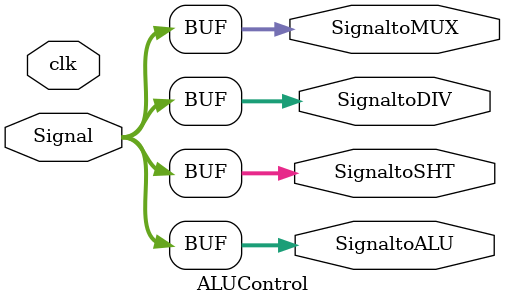
<source format=v>
`timescale 1ns/1ns
module ALUControl( clk, Signal, SignaltoALU, SignaltoSHT, SignaltoDIV, SignaltoMUX );
input clk ;
input [5:0] Signal ;
output [5:0] SignaltoALU ;
output [5:0] SignaltoSHT ;
output [5:0] SignaltoDIV ;
output [5:0] SignaltoMUX ;

//   Signal ( 6-bits)?
//   AND  : 36
//   OR   : 37
//   ADD  : 32
//   SUB  : 34
//   SLL  : 0
//   SLT  : 42
//   DIVU : 27


reg [5:0] temp ;
reg [6:0] counter ;


parameter AND = 6'b100100;
parameter OR  = 6'b100101;
parameter ADD = 6'b100000;
parameter SUB = 6'b100010;
parameter SLT = 6'b101010;
parameter SLL = 6'b000000;
parameter DIVU= 6'b011011;
parameter MFHI= 6'b010000;
parameter MFLO= 6'b010010;

/*
always@( posedge clk )
begin 
	temp = Signal ; 
end */

assign SignaltoALU = Signal ;
assign SignaltoSHT = Signal ;
assign SignaltoDIV = Signal ;
assign SignaltoMUX = Signal ;


endmodule
</source>
